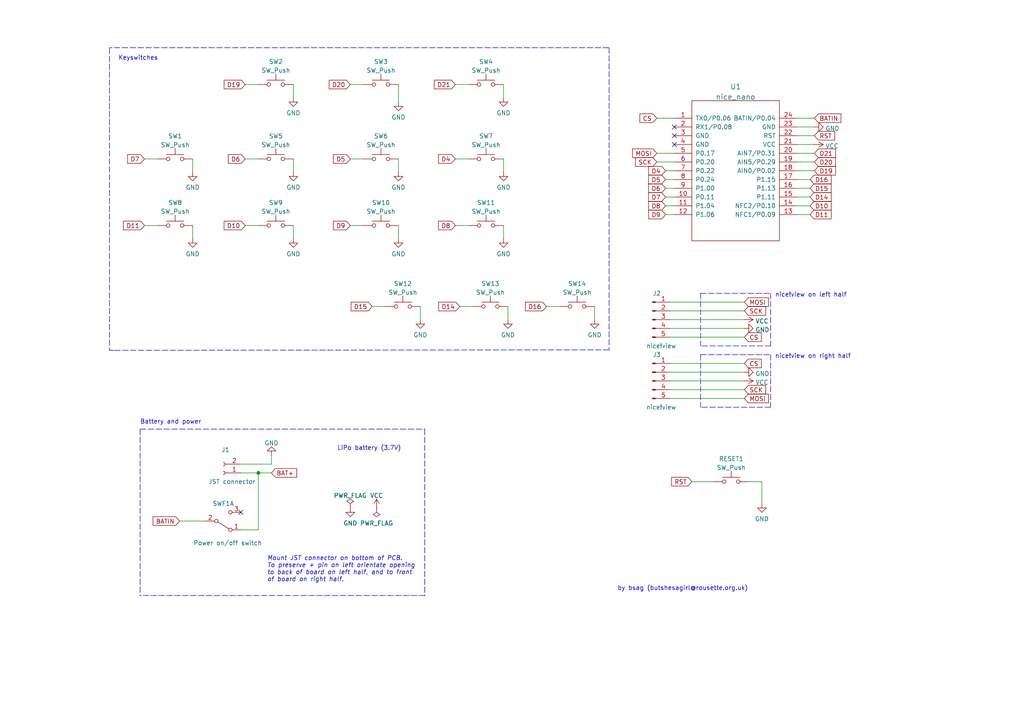
<source format=kicad_sch>
(kicad_sch (version 20211123) (generator eeschema)
  (paper "A4")
  (title_block (title "Nine Nice!Nano") (date "2022-11-12") (rev "v1"))
  (lib_symbols
    (symbol "Connector:Conn_01x02_Female" (pin_names (offset 1.016) hide)
      (property "Reference" "J" (at 0 2.54 0))
      (property "Value" "Conn_01x02_Female" (at 0 -5.08 0))
      (symbol "Conn_01x02_Female_1_1"
        (arc (start 0 -2.032) (mid -0.508 -2.54) (end 0 -3.048) (stroke (width 0.1524)))
        (polyline (pts (xy -1.27 -2.54) (xy -0.508 -2.54)) (stroke (width 0.1524)))
        (polyline (pts (xy -1.27 0) (xy -0.508 0)) (stroke (width 0.1524)))
        (arc (start 0 0.508) (mid -0.508 0) (end 0 -0.508) (stroke (width 0.1524)))
        (pin passive line (at -5.08 0 0) (length 3.81) (name "Pin_1") (number "1"))
        (pin passive line (at -5.08 -2.54 0) (length 3.81) (name "Pin_2") (number "2"))
      )
    )
    (symbol "Connector:Conn_01x05_Male" (pin_names (offset 1.016) hide)
      (property "Reference" "J" (at 0 7.62 0))
      (property "Value" "Conn_01x05_Male" (at 0 -7.62 0))
      (symbol "Conn_01x05_Male_1_1"
        (polyline (pts (xy 1.27 -5.08) (xy 0.8636 -5.08)) (stroke (width 0.1524)))
        (polyline (pts (xy 1.27 -2.54) (xy 0.8636 -2.54)) (stroke (width 0.1524)))
        (polyline (pts (xy 1.27 0) (xy 0.8636 0)) (stroke (width 0.1524)))
        (polyline (pts (xy 1.27 2.54) (xy 0.8636 2.54)) (stroke (width 0.1524)))
        (polyline (pts (xy 1.27 5.08) (xy 0.8636 5.08)) (stroke (width 0.1524)))
        (rectangle (start 0.8636 -4.953) (end 0 -5.207) (stroke (width 0.1524)) (fill (type outline)))
        (rectangle (start 0.8636 -2.413) (end 0 -2.667) (stroke (width 0.1524)) (fill (type outline)))
        (rectangle (start 0.8636 0.127) (end 0 -0.127) (stroke (width 0.1524)) (fill (type outline)))
        (rectangle (start 0.8636 2.667) (end 0 2.413) (stroke (width 0.1524)) (fill (type outline)))
        (rectangle (start 0.8636 5.207) (end 0 4.953) (stroke (width 0.1524)) (fill (type outline)))
        (pin passive line (at 5.08 5.08 180) (length 3.81) (name "Pin_1") (number "1"))
        (pin passive line (at 5.08 2.54 180) (length 3.81) (name "Pin_2") (number "2"))
        (pin passive line (at 5.08 0 180) (length 3.81) (name "Pin_3") (number "3"))
        (pin passive line (at 5.08 -2.54 180) (length 3.81) (name "Pin_4") (number "4"))
        (pin passive line (at 5.08 -5.08 180) (length 3.81) (name "Pin_5") (number "5"))
      )
    )
    (symbol "Switch:SW_DPDT_x2" (pin_names (offset 0) hide)
      (property "Reference" "SW" (at 0 4.318 0))
      (property "Value" "SW_DPDT_x2" (at 0 -5.08 0))
      (symbol "SW_DPDT_x2_0_0"
        (circle (center -2.032 0) (radius 0.508))
        (circle (center 2.032 -2.54) (radius 0.508))
      )
      (symbol "SW_DPDT_x2_0_1"
        (polyline (pts (xy -1.524 0.254) (xy 1.651 2.286)))
        (circle (center 2.032 2.54) (radius 0.508))
      )
      (symbol "SW_DPDT_x2_1_1"
        (pin passive line (at 5.08 2.54 180) (length 2.54) (name "A") (number "1"))
        (pin passive line (at -5.08 0 0) (length 2.54) (name "B") (number "2"))
        (pin passive line (at 5.08 -2.54 180) (length 2.54) (name "C") (number "3"))
      )
      (symbol "SW_DPDT_x2_2_1"
        (pin passive line (at 5.08 2.54 180) (length 2.54) (name "A") (number "4"))
        (pin passive line (at -5.08 0 0) (length 2.54) (name "B") (number "5"))
        (pin passive line (at 5.08 -2.54 180) (length 2.54) (name "C") (number "6"))
      )
    )
    (symbol "Switch:SW_Push" (pin_numbers hide) (pin_names (offset 1.016) hide)
      (property "Reference" "SW" (at 1.27 2.54 0))
      (property "Value" "SW_Push" (at 0 -1.524 0))
      (symbol "SW_Push_0_1"
        (circle (center -2.032 0) (radius 0.508))
        (polyline (pts (xy 0 1.27) (xy 0 3.048)))
        (polyline (pts (xy 2.54 1.27) (xy -2.54 1.27)))
        (circle (center 2.032 0) (radius 0.508))
        (pin passive line (at -5.08 0 0) (length 2.54) (name "1") (number "1"))
        (pin passive line (at 5.08 0 180) (length 2.54) (name "2") (number "2"))
      )
    )
    (symbol "nice_nano_1" (pin_names (offset 1.016))
      (property "Reference" "U" (at 0 0 0))
      (property "Value" "nice_nano_1" (at 0 2.54 0))
      (symbol "nice_nano_1_0_1"
        (rectangle (start -12.7 -21.59) (end 12.7 19.05))
      )
      (symbol "nice_nano_1_1_1"
        (pin input line (at -17.78 13.97 0) (length 5.08) (name "TX0/P0.06") (number "1"))
        (pin input line (at -17.78 -8.89 0) (length 5.08) (name "P0.11") (number "10"))
        (pin input line (at -17.78 -11.43 0) (length 5.08) (name "P1.04") (number "11"))
        (pin input line (at -17.78 -13.97 0) (length 5.08) (name "P1.06") (number "12"))
        (pin input line (at 17.78 -13.97 180) (length 5.08) (name "NFC1/P0.09") (number "13"))
        (pin input line (at 17.78 -11.43 180) (length 5.08) (name "NFC2/P0.10") (number "14"))
        (pin input line (at 17.78 -8.89 180) (length 5.08) (name "P1.11") (number "15"))
        (pin input line (at 17.78 -6.35 180) (length 5.08) (name "P1.13") (number "16"))
        (pin input line (at 17.78 -3.81 180) (length 5.08) (name "P1.15") (number "17"))
        (pin input line (at 17.78 -1.27 180) (length 5.08) (name "AIN0/P0.02") (number "18"))
        (pin input line (at 17.78 1.27 180) (length 5.08) (name "AIN5/P0.29") (number "19"))
        (pin input line (at -17.78 11.43 0) (length 5.08) (name "RX1/P0.08") (number "2"))
        (pin input line (at 17.78 3.81 180) (length 5.08) (name "AIN7/P0.31") (number "20"))
        (pin input line (at 17.78 6.35 180) (length 5.08) (name "VCC") (number "21"))
        (pin input line (at 17.78 8.89 180) (length 5.08) (name "RST") (number "22"))
        (pin input line (at 17.78 11.43 180) (length 5.08) (name "GND") (number "23"))
        (pin input line (at 17.78 13.97 180) (length 5.08) (name "BATIN/P0.04") (number "24"))
        (pin input line (at -17.78 8.89 0) (length 5.08) (name "GND") (number "3"))
        (pin input line (at -17.78 6.35 0) (length 5.08) (name "GND") (number "4"))
        (pin input line (at -17.78 3.81 0) (length 5.08) (name "P0.17") (number "5"))
        (pin input line (at -17.78 1.27 0) (length 5.08) (name "P0.20") (number "6"))
        (pin input line (at -17.78 -1.27 0) (length 5.08) (name "P0.22") (number "7"))
        (pin input line (at -17.78 -3.81 0) (length 5.08) (name "P0.24") (number "8"))
        (pin input line (at -17.78 -6.35 0) (length 5.08) (name "P1.00") (number "9"))
      )
    )
    (symbol "power:GND" (power) (pin_names (offset 0))
      (property "Value" "GND" (at 0 -3.81 0))
      (symbol "GND_0_1"
        (polyline (pts (xy 0 0) (xy 0 -1.27) (xy 1.27 -1.27) (xy 0 -2.54) (xy -1.27 -1.27) (xy 0 -1.27)))
      )
      (symbol "GND_1_1"
        (pin power_in line (at 0 0 270) (length 0) hide (name "GND") (number "1"))
      )
    )
    (symbol "power:PWR_FLAG" (power) (pin_numbers hide) (pin_names (offset 0) hide)
      (property "Value" "PWR_FLAG" (at 0 3.81 0))
      (symbol "PWR_FLAG_0_0"
        (pin power_out line (at 0 0 90) (length 0) (name "pwr") (number "1"))
      )
      (symbol "PWR_FLAG_0_1"
        (polyline (pts (xy 0 0) (xy 0 1.27) (xy -1.016 1.905) (xy 0 2.54) (xy 1.016 1.905) (xy 0 1.27)))
      )
    )
    (symbol "power:VCC" (power) (pin_names (offset 0))
      (property "Value" "VCC" (at 0 3.81 0))
      (symbol "VCC_0_1"
        (polyline (pts (xy -0.762 1.27) (xy 0 2.54)))
        (polyline (pts (xy 0 0) (xy 0 2.54)))
        (polyline (pts (xy 0 2.54) (xy 0.762 1.27)))
      )
      (symbol "VCC_1_1"
        (pin power_in line (at 0 0 90) (length 0) hide (name "VCC") (number "1"))
      )
    )
  )
  (junction (at 74.93 137.16))
  (no_connect (at 195.58 39.37))
  (no_connect (at 195.58 41.91))
  (no_connect (at 69.85 148.59))
  (no_connect (at 195.58 36.83))
  (wire (pts (xy 172.466 88.9) (xy 172.466 92.71)))
  (wire (pts (xy 217.17 139.7) (xy 220.98 139.7)))
  (wire (pts (xy 101.6 65.405) (xy 105.41 65.405)))
  (wire (pts (xy 146.05 46.101) (xy 146.05 49.911)))
  (wire (pts (xy 193.04 54.61) (xy 195.58 54.61)))
  (wire (pts (xy 194.31 105.41) (xy 215.9 105.41)))
  (wire (pts (xy 194.31 87.63) (xy 215.9 87.63)))
  (polyline (pts (xy 31.75 101.6) (xy 33.02 101.6)))
  (wire (pts (xy 74.93 137.16) (xy 69.85 137.16)))
  (polyline (pts (xy 203.2 102.87) (xy 203.2 118.11)))
  (wire (pts (xy 41.91 65.405) (xy 45.72 65.405)))
  (wire (pts (xy 231.14 52.07) (xy 234.95 52.07)))
  (wire (pts (xy 115.57 46.101) (xy 115.57 49.911)))
  (polyline (pts (xy 203.2 85.09) (xy 203.2 100.33)))
  (wire (pts (xy 121.92 88.9) (xy 121.92 92.71)))
  (polyline (pts (xy 123.19 124.46) (xy 123.19 172.72)))
  (wire (pts (xy 231.14 39.37) (xy 236.22 39.37)))
  (wire (pts (xy 193.04 52.07) (xy 195.58 52.07)))
  (wire (pts (xy 231.14 57.15) (xy 234.95 57.15)))
  (polyline (pts (xy 203.2 102.87) (xy 223.52 102.87)))
  (wire (pts (xy 231.14 44.45) (xy 236.22 44.45)))
  (wire (pts (xy 41.91 46.101) (xy 45.72 46.101)))
  (wire (pts (xy 231.14 41.91) (xy 236.22 41.91)))
  (wire (pts (xy 85.09 46.101) (xy 85.09 49.911)))
  (wire (pts (xy 132.08 46.101) (xy 135.89 46.101)))
  (polyline (pts (xy 223.52 118.11) (xy 203.2 118.11)))
  (wire (pts (xy 69.85 134.62) (xy 78.74 134.62)))
  (wire (pts (xy 231.14 62.23) (xy 234.95 62.23)))
  (wire (pts (xy 190.5 34.29) (xy 195.58 34.29)))
  (polyline (pts (xy 31.75 13.97) (xy 31.75 101.6)))
  (wire (pts (xy 231.14 36.83) (xy 236.22 36.83)))
  (wire (pts (xy 194.31 97.79) (xy 215.9 97.79)))
  (polyline (pts (xy 223.52 100.33) (xy 203.2 100.33)))
  (wire (pts (xy 101.6 46.101) (xy 105.41 46.101)))
  (wire (pts (xy 132.08 24.511) (xy 135.89 24.511)))
  (wire (pts (xy 194.31 110.49) (xy 215.9 110.49)))
  (wire (pts (xy 55.88 46.101) (xy 55.88 49.911)))
  (wire (pts (xy 231.14 49.53) (xy 236.22 49.53)))
  (wire (pts (xy 194.31 115.57) (xy 215.9 115.57)))
  (wire (pts (xy 146.05 24.511) (xy 146.05 28.321)))
  (wire (pts (xy 220.98 139.7) (xy 220.98 146.05)))
  (wire (pts (xy 193.04 57.15) (xy 195.58 57.15)))
  (wire (pts (xy 231.14 59.69) (xy 234.95 59.69)))
  (wire (pts (xy 200.66 139.7) (xy 207.01 139.7)))
  (polyline (pts (xy 176.657 13.843) (xy 176.657 101.473)))
  (polyline (pts (xy 176.53 13.843) (xy 31.75 13.843)))
  (wire (pts (xy 71.12 46.101) (xy 74.93 46.101)))
  (polyline (pts (xy 40.64 124.46) (xy 40.64 172.72)))
  (wire (pts (xy 85.09 65.405) (xy 85.09 69.215)))
  (polyline (pts (xy 223.52 102.87) (xy 223.52 118.11)))
  (wire (pts (xy 190.5 46.99) (xy 195.58 46.99)))
  (wire (pts (xy 132.08 65.405) (xy 135.89 65.405)))
  (polyline (pts (xy 123.19 172.72) (xy 40.64 172.72)))
  (polyline (pts (xy 223.52 85.09) (xy 223.52 100.33)))
  (wire (pts (xy 146.05 65.405) (xy 146.05 69.215)))
  (wire (pts (xy 107.95 88.9) (xy 111.76 88.9)))
  (wire (pts (xy 69.85 153.67) (xy 74.93 153.67)))
  (wire (pts (xy 231.14 54.61) (xy 234.95 54.61)))
  (wire (pts (xy 194.31 95.25) (xy 215.9 95.25)))
  (wire (pts (xy 190.5 44.45) (xy 195.58 44.45)))
  (wire (pts (xy 74.93 137.16) (xy 78.74 137.16)))
  (polyline (pts (xy 203.2 85.09) (xy 223.52 85.09)))
  (wire (pts (xy 194.31 90.17) (xy 215.9 90.17)))
  (wire (pts (xy 55.88 65.405) (xy 55.88 69.215)))
  (wire (pts (xy 71.12 65.405) (xy 74.93 65.405)))
  (wire (pts (xy 71.12 24.511) (xy 74.93 24.511)))
  (wire (pts (xy 74.93 137.16) (xy 74.93 153.67)))
  (wire (pts (xy 85.09 24.511) (xy 85.09 28.321)))
  (wire (pts (xy 158.496 88.9) (xy 162.306 88.9)))
  (wire (pts (xy 193.04 49.53) (xy 195.58 49.53)))
  (wire (pts (xy 147.32 88.9) (xy 147.32 92.71)))
  (wire (pts (xy 78.74 132.08) (xy 78.74 134.62)))
  (wire (pts (xy 101.6 24.511) (xy 105.41 24.511)))
  (wire (pts (xy 231.14 46.99) (xy 236.22 46.99)))
  (polyline (pts (xy 40.64 124.46) (xy 123.19 124.46)))
  (wire (pts (xy 115.57 65.405) (xy 115.57 69.215)))
  (wire (pts (xy 193.04 59.69) (xy 195.58 59.69)))
  (polyline (pts (xy 176.657 101.473) (xy 31.75 101.6)))
  (wire (pts (xy 194.31 107.95) (xy 215.9 107.95)))
  (wire (pts (xy 133.35 88.9) (xy 137.16 88.9)))
  (wire (pts (xy 231.14 34.29) (xy 236.22 34.29)))
  (wire (pts (xy 194.31 113.03) (xy 215.9 113.03)))
  (wire (pts (xy 193.04 62.23) (xy 195.58 62.23)))
  (wire (pts (xy 194.31 92.71) (xy 215.9 92.71)))
  (wire (pts (xy 115.57 24.511) (xy 115.57 29.591)))
  (wire (pts (xy 52.07 151.13) (xy 59.69 151.13)))
  (text "by bsag (butshesagirl@rousette.org.uk)" (at 179.07 171.45 0) (effects (font (size 1.27 1.27)) (justify left bottom)))
  (text "LiPo battery (3.7V)" (at 97.79 130.81 0) (effects (font (size 1.27 1.27)) (justify left bottom)))
  (text "Mount JST connector on bottom of PCB.\nTo preserve + pin on left orientate opening\nto back of board on left half, and to front\nof board on right half.\n" (at 77.47 168.91 0) (effects (font (size 1.27 1.27) italic) (justify left bottom)))
  (text "nice!view on right half" (at 224.79 104.14 0) (effects (font (size 1.27 1.27)) (justify left bottom)))
  (text "Keyswitches" (at 34.29 17.653 0) (effects (font (size 1.27 1.27)) (justify left bottom)))
  (text "nice!view on left half" (at 224.79 86.36 0) (effects (font (size 1.27 1.27)) (justify left bottom)))
  (text "Battery and power\n" (at 40.64 123.19 0) (effects (font (size 1.27 1.27)) (justify left bottom)))
  (global_label "BATIN" (shape input) (at 236.22 34.29 0) (property "Intersheet References" "${INTERSHEET_REFS}" (effects hide)))
  (global_label "D11" (shape input) (at 234.95 62.23 0) (property "Intersheet References" "${INTERSHEET_REFS}" (effects hide)))
  (global_label "D7" (shape input) (at 41.91 46.101 180) (property "Intersheet References" "${INTERSHEET_REFS}" (effects hide)))
  (global_label "D7" (shape input) (at 193.04 57.15 180) (property "Intersheet References" "${INTERSHEET_REFS}" (effects hide)))
  (global_label "D16" (shape input) (at 234.95 52.07 0) (property "Intersheet References" "${INTERSHEET_REFS}" (effects hide)))
  (global_label "D14" (shape input) (at 234.95 57.15 0) (property "Intersheet References" "${INTERSHEET_REFS}" (effects hide)))
  (global_label "D9" (shape input) (at 101.6 65.405 180) (property "Intersheet References" "${INTERSHEET_REFS}" (effects hide)))
  (global_label "D8" (shape input) (at 193.04 59.69 180) (property "Intersheet References" "${INTERSHEET_REFS}" (effects hide)))
  (global_label "D4" (shape input) (at 132.08 46.101 180) (property "Intersheet References" "${INTERSHEET_REFS}" (effects hide)))
  (global_label "SCK" (shape input) (at 215.9 90.17 0) (property "Intersheet References" "${INTERSHEET_REFS}" (effects hide)))
  (global_label "RST" (shape input) (at 236.22 39.37 0) (property "Intersheet References" "${INTERSHEET_REFS}" (effects hide)))
  (global_label "CS" (shape input) (at 215.9 105.41 0) (property "Intersheet References" "${INTERSHEET_REFS}" (effects hide)))
  (global_label "D5" (shape input) (at 101.6 46.101 180) (property "Intersheet References" "${INTERSHEET_REFS}" (effects hide)))
  (global_label "MOSI" (shape input) (at 215.9 87.63 0) (property "Intersheet References" "${INTERSHEET_REFS}" (effects hide)))
  (global_label "BATIN" (shape input) (at 52.07 151.13 180) (property "Intersheet References" "${INTERSHEET_REFS}" (effects hide)))
  (global_label "SCK" (shape input) (at 215.9 113.03 0) (property "Intersheet References" "${INTERSHEET_REFS}" (effects hide)))
  (global_label "CS" (shape input) (at 215.9 97.79 0) (property "Intersheet References" "${INTERSHEET_REFS}" (effects hide)))
  (global_label "D10" (shape input) (at 71.12 65.405 180) (property "Intersheet References" "${INTERSHEET_REFS}" (effects hide)))
  (global_label "D14" (shape input) (at 133.35 88.9 180) (property "Intersheet References" "${INTERSHEET_REFS}" (effects hide)))
  (global_label "D20" (shape input) (at 236.22 46.99 0) (property "Intersheet References" "${INTERSHEET_REFS}" (effects hide)))
  (global_label "D11" (shape input) (at 41.91 65.405 180) (property "Intersheet References" "${INTERSHEET_REFS}" (effects hide)))
  (global_label "D9" (shape input) (at 193.04 62.23 180) (property "Intersheet References" "${INTERSHEET_REFS}" (effects hide)))
  (global_label "SCK" (shape input) (at 190.5 46.99 180) (property "Intersheet References" "${INTERSHEET_REFS}" (effects hide)))
  (global_label "D15" (shape input) (at 107.95 88.9 180) (property "Intersheet References" "${INTERSHEET_REFS}" (effects hide)))
  (global_label "BAT+" (shape input) (at 78.74 137.16 0) (property "Intersheet References" "${INTERSHEET_REFS}" (effects hide)))
  (global_label "D16" (shape input) (at 158.496 88.9 180) (property "Intersheet References" "${INTERSHEET_REFS}" (effects hide)))
  (global_label "D10" (shape input) (at 234.95 59.69 0) (property "Intersheet References" "${INTERSHEET_REFS}" (effects hide)))
  (global_label "D4" (shape input) (at 193.04 49.53 180) (property "Intersheet References" "${INTERSHEET_REFS}" (effects hide)))
  (global_label "D19" (shape input) (at 71.12 24.511 180) (property "Intersheet References" "${INTERSHEET_REFS}" (effects hide)))
  (global_label "RST" (shape input) (at 200.66 139.7 180) (property "Intersheet References" "${INTERSHEET_REFS}" (effects hide)))
  (global_label "D19" (shape input) (at 236.22 49.53 0) (property "Intersheet References" "${INTERSHEET_REFS}" (effects hide)))
  (global_label "D21" (shape input) (at 132.08 24.511 180) (property "Intersheet References" "${INTERSHEET_REFS}" (effects hide)))
  (global_label "D8" (shape input) (at 132.08 65.405 180) (property "Intersheet References" "${INTERSHEET_REFS}" (effects hide)))
  (global_label "D20" (shape input) (at 101.6 24.511 180) (property "Intersheet References" "${INTERSHEET_REFS}" (effects hide)))
  (global_label "CS" (shape input) (at 190.5 34.29 180) (property "Intersheet References" "${INTERSHEET_REFS}" (effects hide)))
  (global_label "MOSI" (shape input) (at 215.9 115.57 0) (property "Intersheet References" "${INTERSHEET_REFS}" (effects hide)))
  (global_label "D5" (shape input) (at 193.04 52.07 180) (property "Intersheet References" "${INTERSHEET_REFS}" (effects hide)))
  (global_label "D6" (shape input) (at 193.04 54.61 180) (property "Intersheet References" "${INTERSHEET_REFS}" (effects hide)))
  (global_label "D21" (shape input) (at 236.22 44.45 0) (property "Intersheet References" "${INTERSHEET_REFS}" (effects hide)))
  (global_label "MOSI" (shape input) (at 190.5 44.45 180) (property "Intersheet References" "${INTERSHEET_REFS}" (effects hide)))
  (global_label "D15" (shape input) (at 234.95 54.61 0) (property "Intersheet References" "${INTERSHEET_REFS}" (effects hide)))
  (global_label "D6" (shape input) (at 71.12 46.101 180) (property "Intersheet References" "${INTERSHEET_REFS}" (effects hide)))
  (symbol (lib_id "power:VCC") (at 109.22 147.32 0) (unit 1)
    (property "Reference" "#PWR06" (effects hide))
    (property "Value" "VCC" (at 109.22 143.7442 0))
  )
  (symbol (lib_id "Switch:SW_Push") (at 140.97 24.511 0) (unit 1)
    (property "Reference" "SW4" (at 140.97 17.8902 0))
    (property "Value" "SW_Push" (at 140.97 20.4271 0))
    (property "Footprint" "footprints:pg1350-rev-hs-1U" (effects hide))
  )
  (symbol (lib_id "power:GND") (at 101.6 147.32 0) (unit 1)
    (property "Reference" "#PWR05" (effects hide))
    (property "Value" "GND" (at 101.6 151.7634 0))
  )
  (symbol (lib_id "Switch:SW_Push") (at 140.97 65.405 0) (unit 1)
    (property "Reference" "SW11" (at 140.97 58.7842 0))
    (property "Value" "SW_Push" (at 140.97 61.3211 0))
    (property "Footprint" "footprints:pg1350-rev-hs-1U" (effects hide))
  )
  (symbol (lib_id "power:VCC") (at 215.9 92.71 270) (unit 1)
    (property "Reference" "#PWR016" (effects hide))
    (property "Value" "VCC" (at 219.075 93.1438 90) (effects (justify left)))
  )
  (symbol (lib_id "Switch:SW_Push") (at 50.8 65.405 0) (unit 1)
    (property "Reference" "SW8" (at 50.8 58.7842 0))
    (property "Value" "SW_Push" (at 50.8 61.3211 0))
    (property "Footprint" "footprints:pg1350-rev-hs-1.25U" (effects hide))
  )
  (symbol (lib_id "power:GND") (at 172.466 92.71 0) (unit 1)
    (property "Reference" "#PWR?" (effects hide))
    (property "Value" "GND" (at 172.466 97.1534 0))
  )
  (symbol (lib_id "Switch:SW_Push") (at 80.01 46.101 0) (unit 1)
    (property "Reference" "SW5" (at 80.01 39.4802 0))
    (property "Value" "SW_Push" (at 80.01 42.0171 0))
    (property "Footprint" "footprints:pg1350-rev-hs-1U" (effects hide))
  )
  (symbol (lib_id "power:GND") (at 215.9 107.95 90) (unit 1)
    (property "Reference" "#PWR018" (effects hide))
    (property "Value" "GND" (at 219.075 108.3838 90) (effects (justify right)))
  )
  (symbol (lib_id "power:GND") (at 85.09 69.215 0) (unit 1)
    (property "Reference" "#PWR?" (effects hide))
    (property "Value" "GND" (at 85.09 73.6584 0))
  )
  (symbol (lib_id "power:GND") (at 115.57 69.215 0) (unit 1)
    (property "Reference" "#PWR?" (effects hide))
    (property "Value" "GND" (at 115.57 73.6584 0))
  )
  (symbol (lib_id "power:GND") (at 78.74 132.08 180) (unit 1)
    (property "Reference" "#PWR02" (effects hide))
    (property "Value" "GND" (at 78.74 128.5042 0))
  )
  (symbol (lib_id "Switch:SW_Push") (at 80.01 24.511 0) (unit 1)
    (property "Reference" "SW2" (at 80.01 17.8902 0))
    (property "Value" "SW_Push" (at 80.01 20.4271 0))
    (property "Footprint" "footprints:pg1350-rev-hs-1U" (effects hide))
  )
  (symbol (lib_id "power:PWR_FLAG") (at 101.6 147.32 0) (unit 1)
    (property "Reference" "#FLG01" (effects hide))
    (property "Value" "PWR_FLAG" (at 101.6 143.7442 0))
  )
  (symbol (lib_id "Switch:SW_Push") (at 110.49 46.101 0) (unit 1)
    (property "Reference" "SW6" (at 110.49 39.4802 0))
    (property "Value" "SW_Push" (at 110.49 42.0171 0))
    (property "Footprint" "footprints:pg1350-rev-hs-1U" (effects hide))
  )
  (symbol (lib_id "power:GND") (at 236.22 36.83 90) (unit 1)
    (property "Reference" "#PWR021" (effects hide))
    (property "Value" "GND" (at 239.395 37.2638 90) (effects (justify right)))
  )
  (symbol (lib_id "Connector:Conn_01x05_Male") (at 189.23 92.71 0) (unit 1)
    (property "Reference" "J2" (at 190.5 85.09 0))
    (property "Value" "nice!view" (at 191.77 100.33 0))
    (property "Footprint" "footprints:OLED_5Pin" (effects hide))
  )
  (symbol (lib_id "Connector:Conn_01x05_Male") (at 189.23 110.49 0) (unit 1)
    (property "Reference" "J3" (at 190.5 102.87 0))
    (property "Value" "nice!view" (at 191.77 118.11 0))
    (property "Footprint" "footprints:OLED_5Pin" (effects hide))
  )
  (symbol (lib_id "Switch:SW_Push") (at 110.49 65.405 0) (unit 1)
    (property "Reference" "SW10" (at 110.49 58.7842 0))
    (property "Value" "SW_Push" (at 110.49 61.3211 0))
    (property "Footprint" "footprints:pg1350-rev-hs-1U" (effects hide))
  )
  (symbol (lib_id "Switch:SW_Push") (at 142.24 88.9 0) (unit 1)
    (property "Reference" "SW13" (at 142.24 82.2792 0))
    (property "Value" "SW_Push" (at 142.24 84.8161 0))
    (property "Footprint" "footprints:pg1350-rev-hs-1.25U" (effects hide))
  )
  (symbol (lib_id "power:GND") (at 146.05 28.321 0) (unit 1)
    (property "Reference" "#PWR010" (effects hide))
    (property "Value" "GND" (at 146.05 32.7644 0))
  )
  (symbol (lib_id "power:GND") (at 121.92 92.71 0) (unit 1)
    (property "Reference" "#PWR09" (effects hide))
    (property "Value" "GND" (at 121.92 97.1534 0))
  )
  (symbol (lib_id "power:VCC") (at 215.9 110.49 270) (unit 1)
    (property "Reference" "#PWR019" (effects hide))
    (property "Value" "VCC" (at 219.075 110.9238 90) (effects (justify left)))
  )
  (symbol (lib_id "Switch:SW_Push") (at 50.8 46.101 0) (unit 1)
    (property "Reference" "SW1" (at 50.8 39.4802 0))
    (property "Value" "SW_Push" (at 50.8 42.0171 0))
    (property "Footprint" "footprints:pg1350-rev-hs-1.25U" (effects hide))
  )
  (symbol (lib_id "Switch:SW_Push") (at 116.84 88.9 0) (unit 1)
    (property "Reference" "SW12" (at 116.84 82.2792 0))
    (property "Value" "SW_Push" (at 116.84 84.8161 0))
    (property "Footprint" "footprints:pg1350-rev-hs-1.25U" (effects hide))
  )
  (symbol (lib_id "Connector:Conn_01x02_Female") (at 64.77 137.16 180) (unit 1)
    (property "Reference" "J1" (at 65.405 130.463 0))
    (property "Value" "JST connector" (at 67.31 139.7 0))
    (property "Footprint" "footprints:JST-ZH-2p-1.5" (effects hide))
  )
  (symbol (lib_id "power:GND") (at 115.57 29.591 0) (unit 1)
    (property "Reference" "#PWR07" (effects hide))
    (property "Value" "GND" (at 115.57 34.0344 0))
  )
  (symbol (lib_id "power:GND") (at 85.09 49.911 0) (unit 1)
    (property "Reference" "#PWR04" (effects hide))
    (property "Value" "GND" (at 85.09 54.3544 0))
  )
  (symbol (lib_id "Switch:SW_Push") (at 167.386 88.9 0) (unit 1)
    (property "Reference" "SW14" (at 167.386 82.2792 0))
    (property "Value" "SW_Push" (at 167.386 84.8161 0))
    (property "Footprint" "footprints:pg1350-rev-hs-1.25U" (effects hide))
  )
  (symbol (lib_id "power:GND") (at 55.88 69.215 0) (unit 1)
    (property "Reference" "#PWR?" (effects hide))
    (property "Value" "GND" (at 55.88 73.6584 0))
  )
  (symbol (lib_id "Switch:SW_DPDT_x2") (at 64.77 151.13 0) (mirror x) (unit 1)
    (property "Reference" "SWF1" (at 64.77 146.05 0))
    (property "Value" "Power on/off switch" (at 66.04 157.48 0))
    (property "Footprint" "footprints:pwr-sw-smd-pcm12" (effects hide))
  )
  (symbol (lib_id "power:GND") (at 146.05 49.911 0) (unit 1)
    (property "Reference" "#PWR011" (effects hide))
    (property "Value" "GND" (at 146.05 54.3544 0))
  )
  (symbol (lib_id "power:GND") (at 146.05 69.215 0) (unit 1)
    (property "Reference" "#PWR?" (effects hide))
    (property "Value" "GND" (at 146.05 73.6584 0))
  )
  (symbol (lib_id "power:VCC") (at 236.22 41.91 270) (unit 1)
    (property "Reference" "#PWR022" (effects hide))
    (property "Value" "VCC" (at 239.395 42.3438 90) (effects (justify left)))
  )
  (symbol (lib_name "nice_nano_1") (lib_id "nice_nano:nice_nano") (at 213.36 48.26 0) (unit 1)
    (property "Reference" "U1" (at 213.36 25.1259 0) (effects (font (size 1.524 1.524))))
    (property "Value" "nice_nano" (at 213.36 28.1193 0) (effects (font (size 1.524 1.524))))
    (property "Footprint" "footprints:nice-nano-no-rev" (effects hide))
  )
  (symbol (lib_id "Switch:SW_Push") (at 212.09 139.7 0) (unit 1)
    (property "Reference" "RESET1" (at 212.09 133.0792 0))
    (property "Value" "SW_Push" (at 212.09 135.6161 0))
    (property "Footprint" "footprints:b3u1000p" (effects hide))
  )
  (symbol (lib_id "power:GND") (at 215.9 95.25 90) (unit 1)
    (property "Reference" "#PWR017" (effects hide))
    (property "Value" "GND" (at 219.075 95.6838 90) (effects (justify right)))
  )
  (symbol (lib_id "power:GND") (at 147.32 92.71 0) (unit 1)
    (property "Reference" "#PWR012" (effects hide))
    (property "Value" "GND" (at 147.32 97.1534 0))
  )
  (symbol (lib_id "power:GND") (at 85.09 28.321 0) (unit 1)
    (property "Reference" "#PWR03" (effects hide))
    (property "Value" "GND" (at 85.09 32.7644 0))
  )
  (symbol (lib_id "power:GND") (at 55.88 49.911 0) (unit 1)
    (property "Reference" "#PWR01" (effects hide))
    (property "Value" "GND" (at 55.88 54.3544 0))
  )
  (symbol (lib_id "Switch:SW_Push") (at 110.49 24.511 0) (unit 1)
    (property "Reference" "SW3" (at 110.49 17.8902 0))
    (property "Value" "SW_Push" (at 110.49 20.4271 0))
    (property "Footprint" "footprints:pg1350-rev-hs-1U" (effects hide))
  )
  (symbol (lib_id "Switch:SW_Push") (at 80.01 65.405 0) (unit 1)
    (property "Reference" "SW9" (at 80.01 58.7842 0))
    (property "Value" "SW_Push" (at 80.01 61.3211 0))
    (property "Footprint" "footprints:pg1350-rev-hs-1U" (effects hide))
  )
  (symbol (lib_id "power:GND") (at 115.57 49.911 0) (unit 1)
    (property "Reference" "#PWR08" (effects hide))
    (property "Value" "GND" (at 115.57 54.3544 0))
  )
  (symbol (lib_id "power:PWR_FLAG") (at 109.22 147.32 180) (unit 1)
    (property "Reference" "#FLG02" (effects hide))
    (property "Value" "PWR_FLAG" (at 109.22 151.7634 0))
  )
  (symbol (lib_id "Switch:SW_Push") (at 140.97 46.101 0) (unit 1)
    (property "Reference" "SW7" (at 140.97 39.4802 0))
    (property "Value" "SW_Push" (at 140.97 42.0171 0))
    (property "Footprint" "footprints:pg1350-rev-hs-1U" (effects hide))
  )
  (symbol (lib_id "power:GND") (at 220.98 146.05 0) (unit 1)
    (property "Reference" "#PWR020" (effects hide))
    (property "Value" "GND" (at 220.98 150.4934 0))
  )
)
</source>
